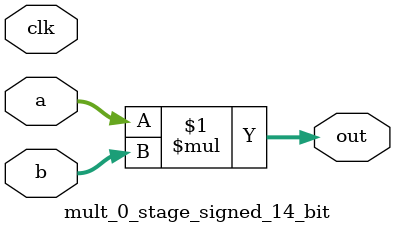
<source format=sv>
(* use_dsp = "yes" *) module mult_0_stage_signed_14_bit(
	input signed [13:0] a,
	input signed [13:0] b,
	output [13:0] out,
	input clk);

	assign out = a * b;
endmodule

</source>
